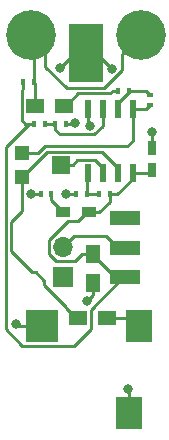
<source format=gbr>
G04 #@! TF.GenerationSoftware,KiCad,Pcbnew,(5.0-dev-4115-gdd04bcb)*
G04 #@! TF.CreationDate,2018-03-14T15:01:09-07:00*
G04 #@! TF.ProjectId,PCB-Condenser-Microphone,5043422D436F6E64656E7365722D4D69,1*
G04 #@! TF.SameCoordinates,Original*
G04 #@! TF.FileFunction,Copper,L1,Top,Signal*
G04 #@! TF.FilePolarity,Positive*
%FSLAX46Y46*%
G04 Gerber Fmt 4.6, Leading zero omitted, Abs format (unit mm)*
G04 Created by KiCad (PCBNEW (5.0-dev-4115-gdd04bcb)) date Wednesday, March 14, 2018 at 03:01:09 PM*
%MOMM*%
%LPD*%
G01*
G04 APERTURE LIST*
%ADD10R,0.400000X0.600000*%
%ADD11R,0.750000X1.200000*%
%ADD12R,1.250000X1.500000*%
%ADD13R,1.500000X1.250000*%
%ADD14R,1.200000X0.900000*%
%ADD15R,2.200000X2.800000*%
%ADD16R,2.800000X2.800000*%
%ADD17R,0.600000X0.400000*%
%ADD18R,1.500000X1.600000*%
%ADD19R,1.200000X1.200000*%
%ADD20R,2.500000X1.250000*%
%ADD21R,0.600000X1.550000*%
%ADD22O,1.700000X1.700000*%
%ADD23R,1.700000X1.700000*%
%ADD24C,4.200000*%
%ADD25R,3.000000X5.000000*%
%ADD26C,0.800000*%
%ADD27C,0.250000*%
G04 APERTURE END LIST*
D10*
X122450000Y-58500000D03*
X121550000Y-58500000D03*
X123350000Y-58500000D03*
X124250000Y-58500000D03*
D11*
X131500000Y-62450000D03*
X131500000Y-60550000D03*
D12*
X126500000Y-69500000D03*
X126500000Y-72000000D03*
D13*
X121600000Y-57000000D03*
X124100000Y-57000000D03*
X127750000Y-75000000D03*
X125250000Y-75000000D03*
D14*
X126200000Y-66000000D03*
X124000000Y-66000000D03*
D15*
X129600000Y-83000000D03*
D16*
X122200000Y-75600000D03*
D15*
X130400000Y-75600000D03*
D10*
X123000000Y-64500000D03*
X122100000Y-64500000D03*
X128650000Y-55700000D03*
X129550000Y-55700000D03*
X121500000Y-55000000D03*
X120600000Y-55000000D03*
X127050000Y-64500000D03*
X127950000Y-64500000D03*
X126000000Y-64500000D03*
X125100000Y-64500000D03*
D17*
X131400000Y-56950000D03*
X131400000Y-56050000D03*
D18*
X123800000Y-62000000D03*
D19*
X120500000Y-63000000D03*
X120500000Y-61000000D03*
D20*
X129250000Y-71500000D03*
X129250000Y-69000000D03*
X129250000Y-66500000D03*
D21*
X129905000Y-62700000D03*
X128635000Y-62700000D03*
X127365000Y-62700000D03*
X126095000Y-62700000D03*
X126095000Y-57300000D03*
X127365000Y-57300000D03*
X128635000Y-57300000D03*
X129905000Y-57300000D03*
D22*
X124000000Y-68960000D03*
D23*
X124000000Y-71500000D03*
D24*
X130567486Y-51000000D03*
X121250000Y-51000000D03*
D25*
X125922463Y-52507055D03*
D26*
X125050000Y-58450000D03*
X121250000Y-64500000D03*
X124250000Y-64500000D03*
X131500000Y-59250000D03*
X123750000Y-53750000D03*
X128112347Y-53862347D03*
X126288899Y-58685795D03*
X126000000Y-73500000D03*
X129500000Y-81000000D03*
X120000000Y-75500000D03*
D27*
X120524999Y-58224999D02*
X120800000Y-58500000D01*
X120800000Y-58500000D02*
X121100000Y-58500000D01*
X120600000Y-55000000D02*
X120600000Y-55550000D01*
X120600000Y-55550000D02*
X120524999Y-55625001D01*
X120524999Y-55625001D02*
X120524999Y-58224999D01*
X129250000Y-71500000D02*
X129073002Y-71500000D01*
X129073002Y-71500000D02*
X126325001Y-74248001D01*
X126325001Y-74248001D02*
X126325001Y-75885001D01*
X126325001Y-75885001D02*
X124885001Y-77325001D01*
X124885001Y-77325001D02*
X120539999Y-77325001D01*
X120539999Y-77325001D02*
X119124989Y-75909991D01*
X119124989Y-75909991D02*
X119124989Y-60475011D01*
X119124989Y-60475011D02*
X121100000Y-58500000D01*
X121100000Y-58500000D02*
X121550000Y-58500000D01*
X126500000Y-69500000D02*
X125625000Y-69500000D01*
X125625000Y-69500000D02*
X124989999Y-70135001D01*
X124989999Y-70135001D02*
X123435999Y-70135001D01*
X123435999Y-70135001D02*
X122824999Y-69524001D01*
X122824999Y-69524001D02*
X122824999Y-68395999D01*
X122824999Y-68395999D02*
X124445997Y-66775001D01*
X124445997Y-66775001D02*
X125274999Y-66775001D01*
X125274999Y-66775001D02*
X126050000Y-66000000D01*
X126050000Y-66000000D02*
X126200000Y-66000000D01*
X127950000Y-64500000D02*
X128580000Y-64500000D01*
X128580000Y-64500000D02*
X129905000Y-63175000D01*
X129905000Y-63175000D02*
X129905000Y-62700000D01*
X126200000Y-66000000D02*
X127050000Y-66000000D01*
X127050000Y-66000000D02*
X127950000Y-65100000D01*
X127950000Y-65100000D02*
X127950000Y-65050000D01*
X127950000Y-65050000D02*
X127950000Y-64500000D01*
X126500000Y-69500000D02*
X126500000Y-69625000D01*
X126500000Y-69625000D02*
X128375000Y-71500000D01*
X128375000Y-71500000D02*
X129250000Y-71500000D01*
X129905000Y-62700000D02*
X131250000Y-62700000D01*
X131250000Y-62700000D02*
X131500000Y-62450000D01*
X124250000Y-58500000D02*
X125000000Y-58500000D01*
X125000000Y-58500000D02*
X125050000Y-58450000D01*
X122100000Y-64500000D02*
X121250000Y-64500000D01*
X125100000Y-64500000D02*
X124250000Y-64500000D01*
X131500000Y-60550000D02*
X131500000Y-59250000D01*
X123750000Y-53750000D02*
X124992945Y-52507055D01*
X124992945Y-52507055D02*
X125922463Y-52507055D01*
X125922463Y-52507055D02*
X126757055Y-52507055D01*
X126757055Y-52507055D02*
X128112347Y-53862347D01*
X126095000Y-57300000D02*
X126095000Y-58491896D01*
X126095000Y-58491896D02*
X126288899Y-58685795D01*
X126500000Y-72000000D02*
X126500000Y-73000000D01*
X126500000Y-73000000D02*
X126000000Y-73500000D01*
X129600000Y-83000000D02*
X129600000Y-81100000D01*
X129600000Y-81100000D02*
X129500000Y-81000000D01*
X122200000Y-75600000D02*
X120100000Y-75600000D01*
X120100000Y-75600000D02*
X120000000Y-75500000D01*
X121250000Y-51000000D02*
X122500000Y-52250000D01*
X122500000Y-53669594D02*
X124330406Y-55500000D01*
X127500000Y-55500000D02*
X129000000Y-54000000D01*
X122500000Y-52250000D02*
X122500000Y-53669594D01*
X124330406Y-55500000D02*
X127500000Y-55500000D01*
X129000000Y-54000000D02*
X129000000Y-52567486D01*
X129000000Y-52567486D02*
X130567486Y-51000000D01*
X121600000Y-57000000D02*
X121600000Y-55100000D01*
X121600000Y-55100000D02*
X121500000Y-55000000D01*
X121500000Y-55000000D02*
X121500000Y-51250000D01*
X121500000Y-51250000D02*
X121250000Y-51000000D01*
X124100000Y-57000000D02*
X124225000Y-57000000D01*
X124225000Y-57000000D02*
X125274990Y-55950010D01*
X125274990Y-55950010D02*
X127949990Y-55950010D01*
X127949990Y-55950010D02*
X128200000Y-55700000D01*
X128200000Y-55700000D02*
X128650000Y-55700000D01*
X127750000Y-75000000D02*
X129800000Y-75000000D01*
X129800000Y-75000000D02*
X130400000Y-75600000D01*
X120500000Y-63000000D02*
X120500000Y-65890998D01*
X124250000Y-74125000D02*
X125125000Y-75000000D01*
X120500000Y-65890998D02*
X119574999Y-66815999D01*
X122425001Y-71815999D02*
X122425001Y-72175001D01*
X119574999Y-66815999D02*
X119574999Y-69324999D01*
X119574999Y-69324999D02*
X121324999Y-71074999D01*
X121324999Y-71074999D02*
X121684001Y-71074999D01*
X124250000Y-74000000D02*
X124250000Y-74125000D01*
X125125000Y-75000000D02*
X125250000Y-75000000D01*
X121684001Y-71074999D02*
X122425001Y-71815999D01*
X122425001Y-72175001D02*
X124250000Y-74000000D01*
X128635000Y-62700000D02*
X128635000Y-62225000D01*
X128635000Y-62225000D02*
X127284999Y-60874999D01*
X127284999Y-60874999D02*
X122625001Y-60874999D01*
X122625001Y-60874999D02*
X120500000Y-63000000D01*
X123000000Y-64500000D02*
X123000000Y-65000000D01*
X123000000Y-65000000D02*
X124000000Y-66000000D01*
X124000000Y-68960000D02*
X124960000Y-68000000D01*
X124960000Y-68000000D02*
X127625000Y-68000000D01*
X127625000Y-68000000D02*
X128625000Y-69000000D01*
X128625000Y-69000000D02*
X129250000Y-69000000D01*
X129550000Y-55700000D02*
X131050000Y-55700000D01*
X131050000Y-55700000D02*
X131400000Y-56050000D01*
X128635000Y-57300000D02*
X128635000Y-56715000D01*
X129550000Y-55800000D02*
X129550000Y-55700000D01*
X128635000Y-56715000D02*
X129550000Y-55800000D01*
X123350000Y-58500000D02*
X123350000Y-59050000D01*
X123350000Y-59050000D02*
X123710796Y-59410796D01*
X123710796Y-59410796D02*
X126636900Y-59410796D01*
X126636900Y-59410796D02*
X127365000Y-58682696D01*
X127365000Y-58682696D02*
X127365000Y-58325000D01*
X127365000Y-58325000D02*
X127365000Y-57300000D01*
X122450000Y-58500000D02*
X123350000Y-58500000D01*
X126000000Y-64500000D02*
X126000000Y-62795000D01*
X126000000Y-62795000D02*
X126095000Y-62700000D01*
X126000000Y-64500000D02*
X127050000Y-64500000D01*
X129424989Y-60424989D02*
X129905000Y-59944978D01*
X129905000Y-59944978D02*
X129905000Y-57300000D01*
X120500000Y-61000000D02*
X121863590Y-61000000D01*
X121863590Y-61000000D02*
X122438601Y-60424989D01*
X122438601Y-60424989D02*
X129424989Y-60424989D01*
X129905000Y-57300000D02*
X131050000Y-57300000D01*
X131050000Y-57300000D02*
X131400000Y-56950000D01*
X123800000Y-62000000D02*
X124800000Y-62000000D01*
X124800000Y-62000000D02*
X125200001Y-61599999D01*
X125200001Y-61599999D02*
X126739999Y-61599999D01*
X126739999Y-61599999D02*
X127365000Y-62225000D01*
X127365000Y-62225000D02*
X127365000Y-62700000D01*
M02*

</source>
